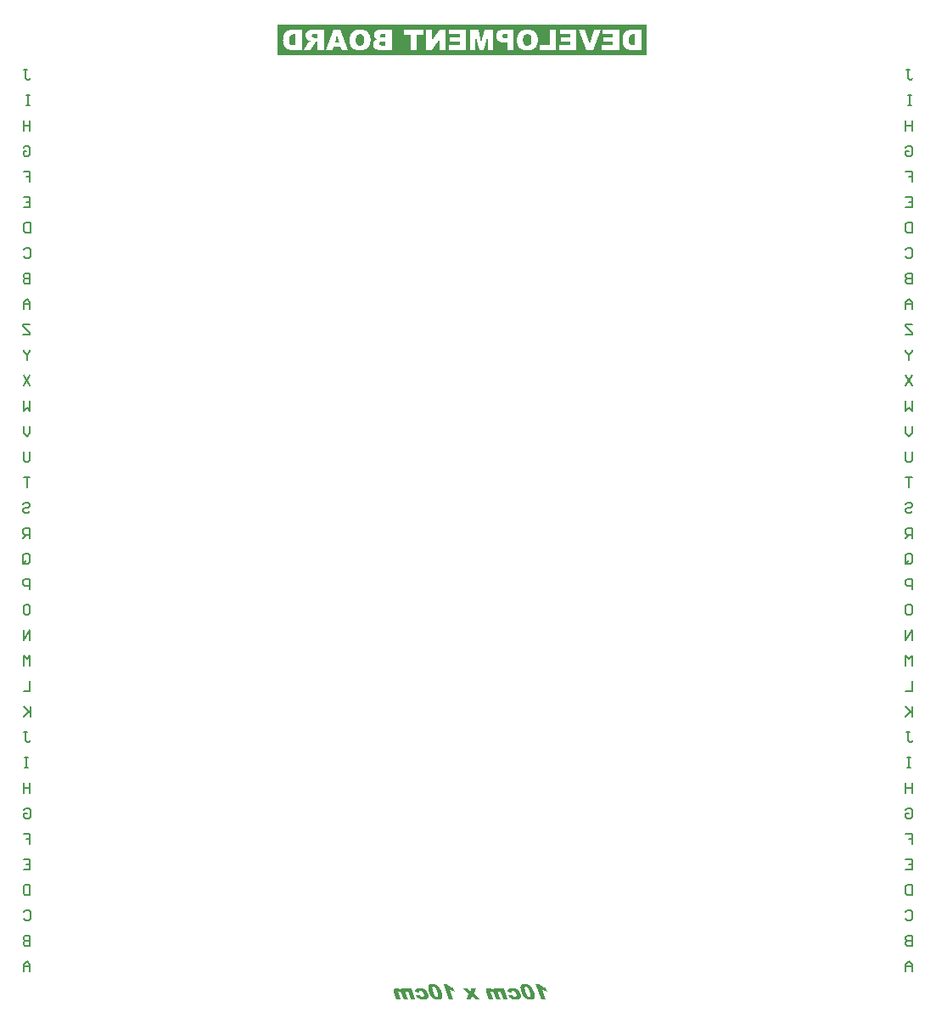
<source format=gbo>
G04 Layer_Color=13813960*
%FSLAX25Y25*%
%MOIN*%
G70*
G01*
G75*
%ADD12C,0.00630*%
G36*
X570626Y405127D02*
X570878Y405105D01*
X571107Y405073D01*
X571293Y405040D01*
X571446Y404996D01*
X571566Y404963D01*
X571610Y404952D01*
X571643Y404942D01*
X571654Y404931D01*
X571665Y404931D01*
X571796Y404876D01*
X571927Y404821D01*
X572047Y404756D01*
X572157Y404690D01*
X572255Y404635D01*
X572331Y404592D01*
X572375Y404559D01*
X572397Y404548D01*
X572539Y404450D01*
X572659Y404340D01*
X572769Y404242D01*
X572867Y404155D01*
X572944Y404078D01*
X573009Y404012D01*
X573042Y403969D01*
X573053Y403958D01*
X573184Y403783D01*
X573304Y403597D01*
X573414Y403411D01*
X573501Y403236D01*
X573567Y403084D01*
X573621Y402952D01*
X573643Y402909D01*
X573654Y402876D01*
X573665Y402854D01*
X573665Y402843D01*
X573731Y402613D01*
X573785Y402417D01*
X573818Y402242D01*
X573829Y402089D01*
X573829Y401969D01*
X573829Y401892D01*
X573829Y401837D01*
X573829Y401816D01*
X573796Y401674D01*
X573752Y401553D01*
X573709Y401433D01*
X573654Y401335D01*
X573610Y401247D01*
X573567Y401193D01*
X573545Y401149D01*
X573534Y401138D01*
X573435Y401040D01*
X573337Y400952D01*
X573228Y400886D01*
X573129Y400821D01*
X573031Y400777D01*
X572955Y400744D01*
X572911Y400734D01*
X572889Y400723D01*
X572725Y400679D01*
X572539Y400657D01*
X572353Y400635D01*
X572179Y400613D01*
X572015Y400613D01*
X571894Y400602D01*
X571774Y400602D01*
X571512Y400613D01*
X571282Y400635D01*
X571074Y400668D01*
X570889Y400701D01*
X570747Y400734D01*
X570626Y400766D01*
X570594Y400777D01*
X570561Y400788D01*
X570550Y400799D01*
X570539Y400799D01*
X570342Y400876D01*
X570167Y400974D01*
X570003Y401061D01*
X569861Y401149D01*
X569741Y401236D01*
X569654Y401302D01*
X569599Y401346D01*
X569577Y401357D01*
X569424Y401499D01*
X569282Y401652D01*
X569162Y401794D01*
X569053Y401936D01*
X568976Y402056D01*
X568910Y402143D01*
X568867Y402209D01*
X568856Y402231D01*
X570375Y402406D01*
X570463Y402286D01*
X570550Y402176D01*
X570637Y402089D01*
X570714Y402023D01*
X570790Y401958D01*
X570845Y401925D01*
X570878Y401903D01*
X570889Y401892D01*
X570998Y401837D01*
X571096Y401794D01*
X571195Y401772D01*
X571293Y401750D01*
X571370Y401739D01*
X571435Y401728D01*
X571490Y401728D01*
X571621Y401739D01*
X571741Y401772D01*
X571840Y401816D01*
X571916Y401870D01*
X571971Y401914D01*
X572015Y401958D01*
X572036Y401991D01*
X572047Y402001D01*
X572091Y402111D01*
X572113Y402242D01*
X572102Y402373D01*
X572091Y402504D01*
X572069Y402624D01*
X572047Y402723D01*
X572036Y402788D01*
X572025Y402799D01*
X572025Y402810D01*
X571938Y403018D01*
X571851Y403204D01*
X571752Y403357D01*
X571665Y403488D01*
X571588Y403586D01*
X571523Y403652D01*
X571479Y403696D01*
X571468Y403707D01*
X571326Y403805D01*
X571195Y403881D01*
X571064Y403925D01*
X570943Y403969D01*
X570845Y403991D01*
X570758Y404002D01*
X570692Y404002D01*
X570583Y403991D01*
X570484Y403980D01*
X570397Y403958D01*
X570331Y403925D01*
X570288Y403892D01*
X570244Y403870D01*
X570233Y403860D01*
X570222Y403849D01*
X570178Y403794D01*
X570146Y403728D01*
X570124Y403652D01*
X570113Y403586D01*
X570102Y403532D01*
X570102Y403477D01*
X570102Y403444D01*
X570102Y403433D01*
X568462Y403641D01*
X568473Y403903D01*
X568517Y404122D01*
X568582Y404319D01*
X568659Y404472D01*
X568736Y404592D01*
X568801Y404690D01*
X568845Y404734D01*
X568867Y404756D01*
X568954Y404821D01*
X569053Y404887D01*
X569282Y404974D01*
X569522Y405040D01*
X569774Y405095D01*
X569992Y405117D01*
X570091Y405127D01*
X570178Y405127D01*
X570255Y405138D01*
X570353Y405138D01*
X570626Y405127D01*
X570626Y405127D02*
G37*
G36*
X606914Y405127D02*
X607165Y405105D01*
X607395Y405073D01*
X607581Y405040D01*
X607734Y404996D01*
X607854Y404963D01*
X607898Y404952D01*
X607931Y404942D01*
X607941Y404931D01*
X607952Y404931D01*
X608083Y404876D01*
X608215Y404821D01*
X608335Y404756D01*
X608444Y404690D01*
X608543Y404635D01*
X608619Y404592D01*
X608663Y404559D01*
X608685Y404548D01*
X608827Y404450D01*
X608947Y404340D01*
X609056Y404242D01*
X609155Y404155D01*
X609231Y404078D01*
X609297Y404012D01*
X609330Y403969D01*
X609340Y403958D01*
X609472Y403783D01*
X609592Y403597D01*
X609701Y403411D01*
X609789Y403236D01*
X609854Y403084D01*
X609909Y402952D01*
X609931Y402909D01*
X609942Y402876D01*
X609952Y402854D01*
X609952Y402843D01*
X610018Y402613D01*
X610073Y402417D01*
X610106Y402242D01*
X610116Y402089D01*
X610116Y401969D01*
X610116Y401892D01*
X610116Y401837D01*
X610116Y401816D01*
X610084Y401674D01*
X610040Y401553D01*
X609996Y401433D01*
X609942Y401335D01*
X609898Y401247D01*
X609854Y401193D01*
X609832Y401149D01*
X609821Y401138D01*
X609723Y401040D01*
X609625Y400952D01*
X609515Y400886D01*
X609417Y400821D01*
X609319Y400777D01*
X609242Y400744D01*
X609198Y400734D01*
X609176Y400723D01*
X609013Y400679D01*
X608827Y400657D01*
X608641Y400635D01*
X608466Y400613D01*
X608302Y400613D01*
X608182Y400602D01*
X608062Y400602D01*
X607799Y400613D01*
X607570Y400635D01*
X607362Y400668D01*
X607176Y400701D01*
X607034Y400734D01*
X606914Y400766D01*
X606881Y400777D01*
X606848Y400788D01*
X606838Y400799D01*
X606827Y400799D01*
X606630Y400876D01*
X606455Y400974D01*
X606291Y401061D01*
X606149Y401149D01*
X606029Y401236D01*
X605941Y401302D01*
X605887Y401346D01*
X605865Y401357D01*
X605712Y401499D01*
X605570Y401652D01*
X605449Y401794D01*
X605340Y401936D01*
X605264Y402056D01*
X605198Y402143D01*
X605154Y402209D01*
X605143Y402231D01*
X606663Y402406D01*
X606750Y402286D01*
X606838Y402176D01*
X606925Y402089D01*
X607001Y402023D01*
X607078Y401958D01*
X607133Y401925D01*
X607165Y401903D01*
X607176Y401892D01*
X607286Y401837D01*
X607384Y401794D01*
X607482Y401772D01*
X607581Y401750D01*
X607657Y401739D01*
X607723Y401728D01*
X607778Y401728D01*
X607909Y401739D01*
X608029Y401772D01*
X608127Y401816D01*
X608204Y401870D01*
X608258Y401914D01*
X608302Y401958D01*
X608324Y401991D01*
X608335Y402001D01*
X608379Y402111D01*
X608400Y402242D01*
X608390Y402373D01*
X608379Y402504D01*
X608357Y402624D01*
X608335Y402723D01*
X608324Y402788D01*
X608313Y402799D01*
X608313Y402810D01*
X608226Y403018D01*
X608138Y403204D01*
X608040Y403357D01*
X607952Y403488D01*
X607876Y403586D01*
X607810Y403652D01*
X607767Y403696D01*
X607756Y403707D01*
X607614Y403805D01*
X607482Y403881D01*
X607351Y403925D01*
X607231Y403969D01*
X607133Y403991D01*
X607045Y404002D01*
X606980Y404002D01*
X606870Y403991D01*
X606772Y403980D01*
X606684Y403958D01*
X606619Y403925D01*
X606575Y403892D01*
X606531Y403870D01*
X606521Y403860D01*
X606510Y403849D01*
X606466Y403794D01*
X606433Y403728D01*
X606411Y403652D01*
X606400Y403586D01*
X606389Y403532D01*
X606389Y403477D01*
X606389Y403444D01*
X606389Y403433D01*
X604750Y403641D01*
X604761Y403903D01*
X604805Y404122D01*
X604870Y404319D01*
X604947Y404472D01*
X605023Y404592D01*
X605089Y404690D01*
X605132Y404734D01*
X605154Y404756D01*
X605242Y404821D01*
X605340Y404887D01*
X605570Y404974D01*
X605810Y405040D01*
X606062Y405095D01*
X606280Y405117D01*
X606378Y405127D01*
X606466Y405127D01*
X606542Y405138D01*
X606641Y405138D01*
X606914Y405127D01*
X606914Y405127D02*
G37*
G36*
X611898Y406778D02*
X612117Y406756D01*
X612324Y406723D01*
X612532Y406679D01*
X612718Y406625D01*
X612893Y406570D01*
X613046Y406505D01*
X613199Y406450D01*
X613330Y406384D01*
X613439Y406319D01*
X613538Y406264D01*
X613625Y406210D01*
X613691Y406166D01*
X613734Y406133D01*
X613767Y406111D01*
X613778Y406100D01*
X613931Y405958D01*
X614084Y405805D01*
X614226Y405630D01*
X614357Y405444D01*
X614609Y405051D01*
X614816Y404657D01*
X614904Y404472D01*
X614980Y404297D01*
X615046Y404133D01*
X615101Y403991D01*
X615155Y403881D01*
X615188Y403794D01*
X615199Y403739D01*
X615210Y403717D01*
X615286Y403466D01*
X615352Y403226D01*
X615407Y403007D01*
X615450Y402821D01*
X615483Y402657D01*
X615505Y402537D01*
X615505Y402493D01*
X615516Y402460D01*
X615516Y402450D01*
X615516Y402439D01*
X615538Y402242D01*
X615538Y402056D01*
X615538Y401903D01*
X615527Y401783D01*
X615516Y401674D01*
X615494Y401608D01*
X615483Y401553D01*
X615483Y401542D01*
X615418Y401378D01*
X615341Y401236D01*
X615254Y401116D01*
X615166Y401018D01*
X615090Y400941D01*
X615024Y400886D01*
X614969Y400854D01*
X614958Y400843D01*
X614794Y400766D01*
X614620Y400701D01*
X614423Y400657D01*
X614237Y400635D01*
X614073Y400613D01*
X613997Y400613D01*
X613931Y400602D01*
X613811Y400602D01*
X613559Y400613D01*
X613330Y400635D01*
X613111Y400668D01*
X612904Y400723D01*
X612718Y400777D01*
X612543Y400843D01*
X612379Y400908D01*
X612226Y400985D01*
X612095Y401051D01*
X611985Y401116D01*
X611887Y401182D01*
X611800Y401236D01*
X611745Y401291D01*
X611690Y401324D01*
X611669Y401346D01*
X611658Y401357D01*
X611505Y401510D01*
X611363Y401674D01*
X611231Y401859D01*
X611100Y402045D01*
X610871Y402439D01*
X610674Y402832D01*
X610587Y403018D01*
X610510Y403182D01*
X610444Y403335D01*
X610390Y403477D01*
X610346Y403586D01*
X610313Y403663D01*
X610302Y403717D01*
X610291Y403739D01*
X610204Y404002D01*
X610138Y404264D01*
X610084Y404493D01*
X610040Y404701D01*
X610018Y404876D01*
X610007Y404952D01*
X609996Y405007D01*
X609996Y405062D01*
X609985Y405095D01*
X609985Y405117D01*
X609985Y405127D01*
X609974Y405259D01*
X609974Y405368D01*
X609974Y405477D01*
X609985Y405565D01*
X609996Y405641D01*
X609996Y405696D01*
X610007Y405728D01*
X610007Y405739D01*
X610029Y405838D01*
X610062Y405936D01*
X610095Y406024D01*
X610127Y406089D01*
X610171Y406155D01*
X610193Y406199D01*
X610215Y406231D01*
X610226Y406242D01*
X610291Y406330D01*
X610368Y406406D01*
X610455Y406472D01*
X610543Y406526D01*
X610608Y406570D01*
X610674Y406614D01*
X610718Y406625D01*
X610729Y406636D01*
X610860Y406690D01*
X611013Y406723D01*
X611166Y406756D01*
X611319Y406767D01*
X611461Y406778D01*
X611570Y406789D01*
X611669Y406789D01*
X611898Y406778D01*
X611898Y406778D02*
G37*
G36*
X659402Y771270D02*
X514661Y771270D01*
X514661Y783523D01*
X659402Y783523D01*
X659402Y771270D01*
X659402Y771270D02*
G37*
G36*
X575610Y406778D02*
X575829Y406756D01*
X576037Y406723D01*
X576244Y406679D01*
X576430Y406625D01*
X576605Y406570D01*
X576758Y406505D01*
X576911Y406450D01*
X577042Y406384D01*
X577152Y406319D01*
X577250Y406264D01*
X577337Y406210D01*
X577403Y406166D01*
X577447Y406133D01*
X577480Y406111D01*
X577490Y406100D01*
X577643Y405958D01*
X577797Y405805D01*
X577939Y405630D01*
X578070Y405444D01*
X578321Y405051D01*
X578529Y404657D01*
X578616Y404472D01*
X578693Y404297D01*
X578758Y404133D01*
X578813Y403991D01*
X578868Y403881D01*
X578900Y403794D01*
X578911Y403739D01*
X578922Y403717D01*
X578999Y403466D01*
X579064Y403226D01*
X579119Y403007D01*
X579163Y402821D01*
X579195Y402657D01*
X579217Y402537D01*
X579217Y402493D01*
X579228Y402460D01*
X579228Y402450D01*
X579228Y402439D01*
X579250Y402242D01*
X579250Y402056D01*
X579250Y401903D01*
X579239Y401783D01*
X579228Y401674D01*
X579207Y401608D01*
X579195Y401553D01*
X579195Y401542D01*
X579130Y401378D01*
X579053Y401236D01*
X578966Y401116D01*
X578879Y401018D01*
X578802Y400941D01*
X578736Y400886D01*
X578682Y400854D01*
X578671Y400843D01*
X578507Y400766D01*
X578332Y400701D01*
X578135Y400657D01*
X577949Y400635D01*
X577786Y400613D01*
X577709Y400613D01*
X577643Y400602D01*
X577523Y400602D01*
X577272Y400613D01*
X577042Y400635D01*
X576824Y400668D01*
X576616Y400723D01*
X576430Y400777D01*
X576255Y400843D01*
X576091Y400908D01*
X575938Y400985D01*
X575807Y401051D01*
X575698Y401116D01*
X575600Y401182D01*
X575512Y401236D01*
X575457Y401291D01*
X575403Y401324D01*
X575381Y401346D01*
X575370Y401357D01*
X575217Y401510D01*
X575075Y401674D01*
X574944Y401859D01*
X574813Y402045D01*
X574583Y402439D01*
X574386Y402832D01*
X574299Y403018D01*
X574222Y403182D01*
X574157Y403335D01*
X574102Y403477D01*
X574058Y403586D01*
X574026Y403663D01*
X574015Y403717D01*
X574004Y403739D01*
X573916Y404002D01*
X573851Y404264D01*
X573796Y404493D01*
X573752Y404701D01*
X573731Y404876D01*
X573720Y404952D01*
X573709Y405007D01*
X573709Y405062D01*
X573698Y405095D01*
X573698Y405117D01*
X573698Y405127D01*
X573687Y405259D01*
X573687Y405368D01*
X573687Y405477D01*
X573698Y405565D01*
X573709Y405641D01*
X573709Y405696D01*
X573720Y405728D01*
X573720Y405739D01*
X573741Y405838D01*
X573774Y405936D01*
X573807Y406024D01*
X573840Y406089D01*
X573884Y406155D01*
X573905Y406199D01*
X573927Y406231D01*
X573938Y406242D01*
X574004Y406330D01*
X574080Y406406D01*
X574168Y406472D01*
X574255Y406526D01*
X574321Y406570D01*
X574386Y406614D01*
X574430Y406625D01*
X574441Y406636D01*
X574572Y406690D01*
X574725Y406723D01*
X574878Y406756D01*
X575031Y406767D01*
X575173Y406778D01*
X575283Y406789D01*
X575381Y406789D01*
X575610Y406778D01*
X575610Y406778D02*
G37*
G36*
X591853Y402963D02*
X594192Y400701D01*
X592388Y400701D01*
X590978Y402089D01*
X590650Y400701D01*
X588705Y400701D01*
X589524Y402963D01*
X587349Y405040D01*
X589185Y405040D01*
X590388Y403827D01*
X590672Y405040D01*
X592650Y405040D01*
X591853Y402963D01*
X591853Y402963D02*
G37*
G36*
X564200Y405127D02*
X564374Y405117D01*
X564528Y405084D01*
X564659Y405051D01*
X564768Y405018D01*
X564844Y404996D01*
X564899Y404974D01*
X564921Y404963D01*
X565074Y404887D01*
X565216Y404810D01*
X565369Y404712D01*
X565500Y404614D01*
X565610Y404537D01*
X565708Y404461D01*
X565763Y404417D01*
X565773Y404395D01*
X565784Y404395D01*
X565566Y405040D01*
X567129Y405040D01*
X568593Y400701D01*
X566921Y400701D01*
X566178Y402909D01*
X566112Y403084D01*
X566036Y403226D01*
X565970Y403346D01*
X565894Y403444D01*
X565839Y403521D01*
X565795Y403575D01*
X565763Y403608D01*
X565752Y403619D01*
X565653Y403696D01*
X565555Y403750D01*
X565468Y403783D01*
X565380Y403816D01*
X565304Y403827D01*
X565249Y403838D01*
X565205Y403838D01*
X565085Y403816D01*
X564997Y403783D01*
X564954Y403750D01*
X564932Y403728D01*
X564877Y403641D01*
X564844Y403564D01*
X564833Y403499D01*
X564833Y403477D01*
X564833Y403466D01*
X564833Y403422D01*
X564844Y403368D01*
X564877Y403236D01*
X564899Y403182D01*
X564921Y403127D01*
X564932Y403094D01*
X564932Y403084D01*
X565741Y400701D01*
X564068Y400701D01*
X563314Y402941D01*
X563249Y403105D01*
X563183Y403247D01*
X563107Y403368D01*
X563041Y403455D01*
X562986Y403532D01*
X562943Y403575D01*
X562910Y403608D01*
X562899Y403619D01*
X562801Y403696D01*
X562702Y403750D01*
X562615Y403783D01*
X562527Y403816D01*
X562462Y403827D01*
X562407Y403838D01*
X562352Y403838D01*
X562265Y403827D01*
X562199Y403805D01*
X562134Y403761D01*
X562090Y403728D01*
X562057Y403685D01*
X562035Y403641D01*
X562014Y403619D01*
X562014Y403608D01*
X561992Y403553D01*
X561992Y403477D01*
X562014Y403335D01*
X562024Y403269D01*
X562035Y403215D01*
X562057Y403182D01*
X562057Y403171D01*
X562888Y400701D01*
X561216Y400701D01*
X560298Y403422D01*
X560243Y403586D01*
X560210Y403728D01*
X560155Y404002D01*
X560145Y404220D01*
X560155Y404406D01*
X560177Y404548D01*
X560210Y404646D01*
X560232Y404701D01*
X560243Y404723D01*
X560352Y404865D01*
X560494Y404963D01*
X560658Y405040D01*
X560811Y405084D01*
X560964Y405117D01*
X561085Y405127D01*
X561128Y405138D01*
X561194Y405138D01*
X561369Y405127D01*
X561533Y405117D01*
X561675Y405084D01*
X561795Y405062D01*
X561904Y405029D01*
X561981Y404996D01*
X562024Y404985D01*
X562046Y404974D01*
X562188Y404909D01*
X562341Y404821D01*
X562495Y404723D01*
X562637Y404625D01*
X562768Y404537D01*
X562866Y404461D01*
X562932Y404417D01*
X562943Y404395D01*
X562954Y404395D01*
X562986Y404526D01*
X563030Y404635D01*
X563085Y404734D01*
X563139Y404810D01*
X563194Y404876D01*
X563227Y404920D01*
X563260Y404942D01*
X563271Y404952D01*
X563369Y405018D01*
X563489Y405062D01*
X563609Y405095D01*
X563740Y405117D01*
X563850Y405127D01*
X563937Y405138D01*
X564025Y405138D01*
X564200Y405127D01*
X564200Y405127D02*
G37*
G36*
X600487Y405127D02*
X600662Y405117D01*
X600815Y405084D01*
X600946Y405051D01*
X601055Y405018D01*
X601132Y404996D01*
X601187Y404974D01*
X601209Y404963D01*
X601362Y404887D01*
X601504Y404810D01*
X601657Y404712D01*
X601788Y404614D01*
X601897Y404537D01*
X601996Y404461D01*
X602050Y404417D01*
X602061Y404395D01*
X602072Y404395D01*
X601853Y405040D01*
X603416Y405040D01*
X604881Y400701D01*
X603209Y400701D01*
X602465Y402909D01*
X602400Y403084D01*
X602323Y403226D01*
X602258Y403346D01*
X602181Y403444D01*
X602127Y403521D01*
X602083Y403575D01*
X602050Y403608D01*
X602039Y403619D01*
X601941Y403696D01*
X601842Y403750D01*
X601755Y403783D01*
X601668Y403816D01*
X601591Y403827D01*
X601536Y403838D01*
X601493Y403838D01*
X601372Y403816D01*
X601285Y403783D01*
X601241Y403750D01*
X601220Y403728D01*
X601165Y403641D01*
X601132Y403564D01*
X601121Y403499D01*
X601121Y403477D01*
X601121Y403466D01*
X601121Y403422D01*
X601132Y403368D01*
X601165Y403236D01*
X601187Y403182D01*
X601209Y403127D01*
X601220Y403094D01*
X601220Y403084D01*
X602028Y400701D01*
X600356Y400701D01*
X599602Y402941D01*
X599536Y403105D01*
X599471Y403247D01*
X599394Y403368D01*
X599329Y403455D01*
X599274Y403532D01*
X599230Y403575D01*
X599197Y403608D01*
X599187Y403619D01*
X599088Y403696D01*
X598990Y403750D01*
X598902Y403783D01*
X598815Y403816D01*
X598749Y403827D01*
X598695Y403838D01*
X598640Y403838D01*
X598553Y403827D01*
X598487Y403805D01*
X598421Y403761D01*
X598378Y403728D01*
X598345Y403685D01*
X598323Y403641D01*
X598301Y403619D01*
X598301Y403608D01*
X598279Y403553D01*
X598279Y403477D01*
X598301Y403335D01*
X598312Y403269D01*
X598323Y403215D01*
X598345Y403182D01*
X598345Y403171D01*
X599176Y400701D01*
X597503Y400701D01*
X596585Y403422D01*
X596530Y403586D01*
X596498Y403728D01*
X596443Y404002D01*
X596432Y404220D01*
X596443Y404406D01*
X596465Y404548D01*
X596498Y404646D01*
X596520Y404701D01*
X596530Y404723D01*
X596640Y404865D01*
X596782Y404963D01*
X596946Y405040D01*
X597099Y405084D01*
X597252Y405117D01*
X597372Y405127D01*
X597416Y405138D01*
X597481Y405138D01*
X597656Y405127D01*
X597820Y405117D01*
X597962Y405084D01*
X598083Y405062D01*
X598192Y405029D01*
X598268Y404996D01*
X598312Y404985D01*
X598334Y404974D01*
X598476Y404909D01*
X598629Y404821D01*
X598782Y404723D01*
X598924Y404625D01*
X599055Y404537D01*
X599154Y404461D01*
X599219Y404417D01*
X599230Y404395D01*
X599241Y404395D01*
X599274Y404526D01*
X599318Y404635D01*
X599372Y404734D01*
X599427Y404810D01*
X599482Y404876D01*
X599514Y404920D01*
X599547Y404942D01*
X599558Y404952D01*
X599656Y405018D01*
X599777Y405062D01*
X599897Y405095D01*
X600028Y405117D01*
X600137Y405127D01*
X600225Y405138D01*
X600312Y405138D01*
X600487Y405127D01*
X600487Y405127D02*
G37*
G36*
X617516Y406581D02*
X617702Y406395D01*
X617877Y406231D01*
X618041Y406100D01*
X618183Y405980D01*
X618303Y405893D01*
X618347Y405871D01*
X618380Y405849D01*
X618391Y405827D01*
X618401Y405827D01*
X618642Y405685D01*
X618893Y405565D01*
X619156Y405455D01*
X619396Y405357D01*
X619615Y405280D01*
X619702Y405248D01*
X619790Y405215D01*
X619855Y405204D01*
X619899Y405182D01*
X619932Y405171D01*
X619943Y405171D01*
X620413Y403816D01*
X620183Y403881D01*
X619975Y403936D01*
X619790Y404002D01*
X619636Y404056D01*
X619505Y404100D01*
X619407Y404133D01*
X619352Y404155D01*
X619331Y404166D01*
X619156Y404242D01*
X618992Y404329D01*
X618828Y404417D01*
X618686Y404493D01*
X618554Y404570D01*
X618456Y404625D01*
X618391Y404668D01*
X618380Y404679D01*
X618369Y404679D01*
X619713Y400701D01*
X618030Y400701D01*
X615964Y406789D01*
X617341Y406789D01*
X617516Y406581D01*
X617516Y406581D02*
G37*
G36*
X581228Y406581D02*
X581414Y406395D01*
X581589Y406231D01*
X581753Y406100D01*
X581895Y405980D01*
X582016Y405893D01*
X582059Y405871D01*
X582092Y405849D01*
X582103Y405827D01*
X582114Y405827D01*
X582354Y405685D01*
X582606Y405565D01*
X582868Y405455D01*
X583109Y405357D01*
X583327Y405280D01*
X583415Y405248D01*
X583502Y405215D01*
X583567Y405204D01*
X583611Y405182D01*
X583644Y405171D01*
X583655Y405171D01*
X584125Y403816D01*
X583895Y403881D01*
X583688Y403936D01*
X583502Y404002D01*
X583349Y404056D01*
X583218Y404100D01*
X583119Y404133D01*
X583065Y404155D01*
X583043Y404166D01*
X582868Y404242D01*
X582704Y404329D01*
X582540Y404417D01*
X582398Y404493D01*
X582267Y404570D01*
X582168Y404625D01*
X582103Y404668D01*
X582092Y404679D01*
X582081Y404679D01*
X583425Y400701D01*
X581742Y400701D01*
X579676Y406789D01*
X581054Y406789D01*
X581228Y406581D01*
X581228Y406581D02*
G37*
%LPC*%
G36*
X571773Y781391D02*
X564265Y781391D01*
X564265Y779423D01*
X566787Y779423D01*
X566787Y773402D01*
X569251Y773402D01*
X569251Y779423D01*
X571773Y779423D01*
X571773Y781391D01*
X571773Y781391D02*
G37*
G36*
X588569Y781391D02*
X581950Y781391D01*
X581950Y779686D01*
X586091Y779686D01*
X586091Y778417D01*
X582256Y778417D01*
X582256Y776784D01*
X586091Y776784D01*
X586091Y775210D01*
X581834Y775210D01*
X581834Y773402D01*
X588569Y773402D01*
X588569Y781391D01*
X588569Y781391D02*
G37*
G36*
X539245Y781391D02*
X536533Y781391D01*
X533530Y773402D01*
X536125Y773402D01*
X536519Y774714D01*
X539318Y774714D01*
X539712Y773402D01*
X542234Y773402D01*
X539245Y781391D01*
X539245Y781391D02*
G37*
G36*
X559424Y781391D02*
X554685Y781391D01*
X554613Y781377D01*
X554511Y781377D01*
X554409Y781362D01*
X554146Y781319D01*
X553855Y781246D01*
X553563Y781144D01*
X553286Y780998D01*
X553023Y780808D01*
X553009Y780808D01*
X552994Y780779D01*
X552921Y780706D01*
X552819Y780590D01*
X552703Y780415D01*
X552601Y780210D01*
X552498Y779977D01*
X552426Y779700D01*
X552396Y779554D01*
X552396Y779394D01*
X552396Y779379D01*
X552396Y779365D01*
X552396Y779277D01*
X552426Y779146D01*
X552455Y778986D01*
X552513Y778796D01*
X552586Y778592D01*
X552703Y778388D01*
X552848Y778184D01*
X552863Y778169D01*
X552907Y778125D01*
X552965Y778067D01*
X553067Y777994D01*
X553184Y777907D01*
X553330Y777819D01*
X553505Y777732D01*
X553709Y777644D01*
X553694Y777644D01*
X553665Y777630D01*
X553621Y777630D01*
X553563Y777601D01*
X553417Y777557D01*
X553228Y777484D01*
X553023Y777382D01*
X552805Y777251D01*
X552615Y777105D01*
X552440Y776930D01*
X552426Y776901D01*
X552382Y776842D01*
X552309Y776726D01*
X552236Y776580D01*
X552163Y776405D01*
X552090Y776186D01*
X552046Y775939D01*
X552032Y775662D01*
X552032Y775632D01*
X552032Y775560D01*
X552046Y775443D01*
X552061Y775297D01*
X552105Y775122D01*
X552149Y774932D01*
X552221Y774743D01*
X552324Y774553D01*
X552338Y774539D01*
X552382Y774466D01*
X552440Y774378D01*
X552528Y774276D01*
X552644Y774145D01*
X552790Y774014D01*
X552950Y773883D01*
X553125Y773766D01*
X553140Y773766D01*
X553184Y773737D01*
X553257Y773708D01*
X553359Y773664D01*
X553490Y773620D01*
X553650Y773577D01*
X553840Y773547D01*
X554059Y773504D01*
X554088Y773504D01*
X554132Y773489D01*
X554190Y773489D01*
X554336Y773475D01*
X554511Y773460D01*
X554700Y773431D01*
X554875Y773416D01*
X555035Y773402D01*
X559424Y773402D01*
X559424Y781391D01*
X559424Y781391D02*
G37*
G36*
X657402Y781391D02*
X653567Y781391D01*
X653465Y781377D01*
X653363Y781377D01*
X653115Y781348D01*
X652823Y781319D01*
X652532Y781260D01*
X652240Y781187D01*
X651978Y781085D01*
X651963Y781085D01*
X651949Y781071D01*
X651861Y781027D01*
X651745Y780969D01*
X651584Y780867D01*
X651409Y780750D01*
X651220Y780604D01*
X651045Y780429D01*
X650870Y780240D01*
X650855Y780210D01*
X650797Y780138D01*
X650724Y780035D01*
X650622Y779875D01*
X650520Y779686D01*
X650418Y779467D01*
X650330Y779219D01*
X650243Y778957D01*
X650243Y778942D01*
X650228Y778927D01*
X650228Y778884D01*
X650214Y778825D01*
X650184Y778680D01*
X650141Y778490D01*
X650097Y778257D01*
X650068Y777994D01*
X650053Y777717D01*
X650039Y777411D01*
X650039Y777396D01*
X650039Y777353D01*
X650039Y777294D01*
X650039Y777207D01*
X650053Y777090D01*
X650053Y776974D01*
X650082Y776682D01*
X650112Y776376D01*
X650170Y776041D01*
X650243Y775720D01*
X650345Y775428D01*
X650345Y775414D01*
X650359Y775399D01*
X650403Y775312D01*
X650461Y775180D01*
X650549Y775020D01*
X650666Y774830D01*
X650811Y774641D01*
X650972Y774437D01*
X651161Y774247D01*
X651191Y774233D01*
X651249Y774174D01*
X651351Y774087D01*
X651482Y773985D01*
X651657Y773883D01*
X651832Y773781D01*
X652036Y773679D01*
X652255Y773606D01*
X652270Y773606D01*
X652284Y773591D01*
X652328Y773591D01*
X652386Y773577D01*
X652547Y773547D01*
X652751Y773504D01*
X652969Y773460D01*
X653232Y773431D01*
X653480Y773416D01*
X653742Y773402D01*
X657402Y773402D01*
X657402Y781391D01*
X657402Y781391D02*
G37*
G36*
X607188Y781391D02*
X602960Y781391D01*
X602872Y781377D01*
X602756Y781377D01*
X602625Y781362D01*
X602333Y781319D01*
X602012Y781231D01*
X601677Y781114D01*
X601356Y780969D01*
X601210Y780867D01*
X601079Y780750D01*
X601064Y780750D01*
X601050Y780721D01*
X601021Y780677D01*
X600977Y780633D01*
X600860Y780487D01*
X600744Y780283D01*
X600627Y780021D01*
X600511Y779715D01*
X600438Y779350D01*
X600408Y779161D01*
X600408Y778942D01*
X600408Y778927D01*
X600408Y778884D01*
X600408Y778825D01*
X600423Y778738D01*
X600423Y778636D01*
X600452Y778519D01*
X600496Y778257D01*
X600583Y777951D01*
X600715Y777630D01*
X600802Y777469D01*
X600889Y777324D01*
X601006Y777178D01*
X601137Y777047D01*
X601152Y777047D01*
X601167Y777017D01*
X601210Y776988D01*
X601269Y776945D01*
X601356Y776886D01*
X601444Y776828D01*
X601560Y776770D01*
X601691Y776711D01*
X601837Y776653D01*
X601998Y776595D01*
X602187Y776536D01*
X602391Y776478D01*
X602610Y776434D01*
X602843Y776405D01*
X603091Y776391D01*
X603368Y776376D01*
X604709Y776376D01*
X604709Y773402D01*
X607188Y773402D01*
X607188Y781391D01*
X607188Y781391D02*
G37*
G36*
X623926Y781391D02*
X621462Y781391D01*
X621462Y775370D01*
X617598Y775370D01*
X617598Y773402D01*
X623926Y773402D01*
X623926Y781391D01*
X623926Y781391D02*
G37*
G36*
X648741Y781391D02*
X642122Y781391D01*
X642122Y779686D01*
X646263Y779686D01*
X646263Y778417D01*
X642428Y778417D01*
X642428Y776784D01*
X646263Y776784D01*
X646263Y775210D01*
X642005Y775210D01*
X642005Y773402D01*
X648741Y773402D01*
X648741Y781391D01*
X648741Y781391D02*
G37*
G36*
X631989Y781391D02*
X625369Y781391D01*
X625369Y779686D01*
X629510Y779686D01*
X629510Y778417D01*
X625675Y778417D01*
X625675Y776784D01*
X629510Y776784D01*
X629510Y775210D01*
X625253Y775210D01*
X625253Y773402D01*
X631989Y773402D01*
X631989Y781391D01*
X631989Y781391D02*
G37*
G36*
X546914Y781523D02*
X546725Y781523D01*
X546594Y781508D01*
X546419Y781494D01*
X546229Y781464D01*
X546010Y781435D01*
X545792Y781391D01*
X545544Y781333D01*
X545296Y781260D01*
X545034Y781173D01*
X544786Y781071D01*
X544538Y780939D01*
X544290Y780794D01*
X544071Y780633D01*
X543853Y780444D01*
X543838Y780429D01*
X543809Y780400D01*
X543750Y780327D01*
X543678Y780254D01*
X543605Y780138D01*
X543503Y780006D01*
X543401Y779846D01*
X543298Y779671D01*
X543196Y779467D01*
X543109Y779248D01*
X543007Y779000D01*
X542934Y778738D01*
X542861Y778446D01*
X542803Y778140D01*
X542774Y777805D01*
X542759Y777455D01*
X542759Y777440D01*
X542759Y777396D01*
X542759Y777324D01*
X542759Y777222D01*
X542774Y777105D01*
X542788Y776959D01*
X542803Y776813D01*
X542817Y776638D01*
X542876Y776274D01*
X542963Y775895D01*
X543080Y775516D01*
X543240Y775151D01*
X543240Y775137D01*
X543255Y775107D01*
X543284Y775064D01*
X543328Y775005D01*
X543430Y774845D01*
X543590Y774641D01*
X543780Y774422D01*
X544013Y774189D01*
X544275Y773970D01*
X544596Y773766D01*
X544611Y773766D01*
X544640Y773751D01*
X544684Y773722D01*
X544757Y773693D01*
X544844Y773650D01*
X544946Y773606D01*
X545063Y773562D01*
X545209Y773518D01*
X545369Y773475D01*
X545529Y773431D01*
X545908Y773343D01*
X546346Y773285D01*
X546827Y773270D01*
X547046Y773270D01*
X547162Y773285D01*
X547294Y773300D01*
X547439Y773300D01*
X547614Y773329D01*
X547964Y773373D01*
X548329Y773445D01*
X548708Y773547D01*
X549058Y773693D01*
X549072Y773693D01*
X549101Y773708D01*
X549145Y773737D01*
X549203Y773781D01*
X549364Y773883D01*
X549568Y774029D01*
X549801Y774203D01*
X550035Y774451D01*
X550282Y774728D01*
X550501Y775049D01*
X550501Y775064D01*
X550530Y775093D01*
X550545Y775151D01*
X550589Y775224D01*
X550632Y775312D01*
X550676Y775414D01*
X550720Y775545D01*
X550764Y775691D01*
X550822Y775851D01*
X550866Y776026D01*
X550909Y776216D01*
X550953Y776434D01*
X551011Y776886D01*
X551041Y777382D01*
X551041Y777411D01*
X551041Y777469D01*
X551026Y777571D01*
X551026Y777703D01*
X551011Y777863D01*
X550982Y778053D01*
X550953Y778271D01*
X550909Y778490D01*
X550851Y778738D01*
X550778Y778986D01*
X550691Y779234D01*
X550589Y779496D01*
X550457Y779744D01*
X550312Y779992D01*
X550151Y780210D01*
X549962Y780429D01*
X549947Y780444D01*
X549903Y780473D01*
X549845Y780531D01*
X549757Y780604D01*
X549641Y780677D01*
X549510Y780779D01*
X549349Y780881D01*
X549174Y780983D01*
X548970Y781085D01*
X548737Y781173D01*
X548489Y781275D01*
X548212Y781348D01*
X547920Y781421D01*
X547600Y781479D01*
X547264Y781508D01*
X546914Y781523D01*
X546914Y781523D02*
G37*
G36*
X612656Y781523D02*
X612466Y781523D01*
X612335Y781508D01*
X612160Y781494D01*
X611970Y781464D01*
X611752Y781435D01*
X611533Y781391D01*
X611285Y781333D01*
X611037Y781260D01*
X610775Y781173D01*
X610527Y781071D01*
X610279Y780939D01*
X610031Y780794D01*
X609812Y780633D01*
X609594Y780444D01*
X609579Y780429D01*
X609550Y780400D01*
X609492Y780327D01*
X609419Y780254D01*
X609346Y780138D01*
X609244Y780006D01*
X609142Y779846D01*
X609040Y779671D01*
X608938Y779467D01*
X608850Y779248D01*
X608748Y779000D01*
X608675Y778738D01*
X608602Y778446D01*
X608544Y778140D01*
X608515Y777805D01*
X608500Y777455D01*
X608500Y777440D01*
X608500Y777396D01*
X608500Y777324D01*
X608500Y777222D01*
X608515Y777105D01*
X608530Y776959D01*
X608544Y776813D01*
X608559Y776638D01*
X608617Y776274D01*
X608704Y775895D01*
X608821Y775516D01*
X608981Y775151D01*
X608981Y775137D01*
X608996Y775107D01*
X609025Y775064D01*
X609069Y775005D01*
X609171Y774845D01*
X609331Y774641D01*
X609521Y774422D01*
X609754Y774189D01*
X610017Y773970D01*
X610337Y773766D01*
X610352Y773766D01*
X610381Y773751D01*
X610425Y773722D01*
X610498Y773693D01*
X610585Y773650D01*
X610687Y773606D01*
X610804Y773562D01*
X610950Y773518D01*
X611110Y773475D01*
X611271Y773431D01*
X611650Y773343D01*
X612087Y773285D01*
X612568Y773270D01*
X612787Y773270D01*
X612903Y773285D01*
X613035Y773300D01*
X613180Y773300D01*
X613355Y773329D01*
X613705Y773373D01*
X614070Y773445D01*
X614449Y773547D01*
X614799Y773693D01*
X614813Y773693D01*
X614843Y773708D01*
X614886Y773737D01*
X614945Y773781D01*
X615105Y773883D01*
X615309Y774029D01*
X615542Y774203D01*
X615776Y774451D01*
X616024Y774728D01*
X616242Y775049D01*
X616242Y775064D01*
X616271Y775093D01*
X616286Y775151D01*
X616330Y775224D01*
X616373Y775312D01*
X616417Y775414D01*
X616461Y775545D01*
X616505Y775691D01*
X616563Y775851D01*
X616607Y776026D01*
X616650Y776216D01*
X616694Y776434D01*
X616753Y776886D01*
X616782Y777382D01*
X616782Y777411D01*
X616782Y777469D01*
X616767Y777571D01*
X616767Y777703D01*
X616753Y777863D01*
X616723Y778053D01*
X616694Y778271D01*
X616650Y778490D01*
X616592Y778738D01*
X616519Y778986D01*
X616432Y779234D01*
X616330Y779496D01*
X616198Y779744D01*
X616053Y779992D01*
X615892Y780210D01*
X615703Y780429D01*
X615688Y780444D01*
X615645Y780473D01*
X615586Y780531D01*
X615499Y780604D01*
X615382Y780677D01*
X615251Y780779D01*
X615091Y780881D01*
X614916Y780983D01*
X614711Y781085D01*
X614478Y781173D01*
X614230Y781275D01*
X613953Y781348D01*
X613662Y781421D01*
X613341Y781479D01*
X613005Y781508D01*
X612656Y781523D01*
X612656Y781523D02*
G37*
G36*
X612117Y405685D02*
X612095Y405685D01*
X611953Y405663D01*
X611854Y405619D01*
X611767Y405554D01*
X611712Y405477D01*
X611669Y405401D01*
X611636Y405335D01*
X611625Y405291D01*
X611625Y405269D01*
X611614Y405182D01*
X611625Y405084D01*
X611636Y404963D01*
X611647Y404843D01*
X611701Y404581D01*
X611767Y404308D01*
X611843Y404067D01*
X611876Y403947D01*
X611898Y403860D01*
X611931Y403772D01*
X611942Y403717D01*
X611964Y403674D01*
X611964Y403663D01*
X612062Y403379D01*
X612160Y403138D01*
X612237Y402930D01*
X612313Y402767D01*
X612368Y402635D01*
X612412Y402548D01*
X612445Y402493D01*
X612456Y402471D01*
X612543Y402340D01*
X612619Y402220D01*
X612696Y402133D01*
X612773Y402045D01*
X612838Y401991D01*
X612882Y401947D01*
X612915Y401925D01*
X612925Y401914D01*
X613024Y401859D01*
X613111Y401816D01*
X613199Y401783D01*
X613275Y401761D01*
X613330Y401750D01*
X613385Y401739D01*
X613428Y401739D01*
X613559Y401761D01*
X613669Y401805D01*
X613745Y401870D01*
X613800Y401947D01*
X613844Y402023D01*
X613866Y402089D01*
X613887Y402133D01*
X613887Y402154D01*
X613887Y402242D01*
X613887Y402340D01*
X613876Y402450D01*
X613855Y402570D01*
X613811Y402832D01*
X613745Y403094D01*
X613680Y403335D01*
X613647Y403444D01*
X613614Y403532D01*
X613592Y403608D01*
X613570Y403663D01*
X613559Y403707D01*
X613559Y403717D01*
X613483Y403925D01*
X613417Y404111D01*
X613352Y404275D01*
X613286Y404439D01*
X613221Y404570D01*
X613166Y404701D01*
X613111Y404810D01*
X613057Y404909D01*
X613013Y404996D01*
X612969Y405073D01*
X612936Y405127D01*
X612904Y405171D01*
X612882Y405215D01*
X612860Y405237D01*
X612849Y405259D01*
X612718Y405401D01*
X612598Y405510D01*
X612466Y405586D01*
X612346Y405630D01*
X612248Y405663D01*
X612171Y405674D01*
X612117Y405685D01*
X612117Y405685D02*
G37*
G36*
X575829Y405685D02*
X575807Y405685D01*
X575665Y405663D01*
X575567Y405619D01*
X575479Y405554D01*
X575425Y405477D01*
X575381Y405401D01*
X575348Y405335D01*
X575337Y405291D01*
X575337Y405269D01*
X575326Y405182D01*
X575337Y405084D01*
X575348Y404963D01*
X575359Y404843D01*
X575414Y404581D01*
X575479Y404308D01*
X575556Y404067D01*
X575589Y403947D01*
X575610Y403860D01*
X575643Y403772D01*
X575654Y403717D01*
X575676Y403674D01*
X575676Y403663D01*
X575774Y403379D01*
X575873Y403138D01*
X575949Y402930D01*
X576026Y402767D01*
X576081Y402635D01*
X576124Y402548D01*
X576157Y402493D01*
X576168Y402471D01*
X576255Y402340D01*
X576332Y402220D01*
X576408Y402133D01*
X576485Y402045D01*
X576550Y401991D01*
X576594Y401947D01*
X576627Y401925D01*
X576638Y401914D01*
X576736Y401859D01*
X576824Y401816D01*
X576911Y401783D01*
X576988Y401761D01*
X577042Y401750D01*
X577097Y401739D01*
X577141Y401739D01*
X577272Y401761D01*
X577381Y401805D01*
X577458Y401870D01*
X577512Y401947D01*
X577556Y402023D01*
X577578Y402089D01*
X577600Y402133D01*
X577600Y402154D01*
X577600Y402242D01*
X577600Y402340D01*
X577589Y402450D01*
X577567Y402570D01*
X577523Y402832D01*
X577458Y403094D01*
X577392Y403335D01*
X577359Y403444D01*
X577326Y403532D01*
X577305Y403608D01*
X577283Y403663D01*
X577272Y403707D01*
X577272Y403717D01*
X577195Y403925D01*
X577130Y404111D01*
X577064Y404275D01*
X576999Y404439D01*
X576933Y404570D01*
X576878Y404701D01*
X576824Y404810D01*
X576769Y404909D01*
X576725Y404996D01*
X576682Y405073D01*
X576649Y405127D01*
X576616Y405171D01*
X576594Y405215D01*
X576572Y405237D01*
X576561Y405259D01*
X576430Y405401D01*
X576310Y405510D01*
X576179Y405586D01*
X576059Y405630D01*
X575960Y405663D01*
X575884Y405674D01*
X575829Y405685D01*
X575829Y405685D02*
G37*
G36*
X580492Y781391D02*
X578203Y781391D01*
X575170Y776959D01*
X575170Y781391D01*
X572838Y781391D01*
X572838Y773402D01*
X575170Y773402D01*
X578174Y777805D01*
X578174Y773402D01*
X580492Y773402D01*
X580492Y781391D01*
X580492Y781391D02*
G37*
G36*
X641466Y781391D02*
X638885Y781391D01*
X637092Y775632D01*
X635313Y781391D01*
X632805Y781391D01*
X635779Y773402D01*
X638448Y773402D01*
X641466Y781391D01*
X641466Y781391D02*
G37*
G36*
X532714Y781391D02*
X528310Y781391D01*
X528208Y781377D01*
X527946Y781362D01*
X527669Y781348D01*
X527377Y781304D01*
X527100Y781260D01*
X526852Y781187D01*
X526823Y781173D01*
X526750Y781144D01*
X526634Y781100D01*
X526502Y781027D01*
X526342Y780925D01*
X526182Y780794D01*
X526021Y780648D01*
X525875Y780458D01*
X525861Y780429D01*
X525817Y780371D01*
X525759Y780254D01*
X525686Y780094D01*
X525613Y779904D01*
X525555Y779686D01*
X525511Y779438D01*
X525496Y779161D01*
X525496Y779132D01*
X525496Y779044D01*
X525511Y778927D01*
X525526Y778767D01*
X525569Y778592D01*
X525613Y778403D01*
X525686Y778198D01*
X525788Y778009D01*
X525803Y777994D01*
X525832Y777936D01*
X525905Y777848D01*
X525992Y777732D01*
X526109Y777615D01*
X526240Y777484D01*
X526400Y777353D01*
X526575Y777236D01*
X526590Y777222D01*
X526634Y777207D01*
X526707Y777163D01*
X526794Y777119D01*
X526925Y777076D01*
X527071Y777017D01*
X527246Y776974D01*
X527435Y776915D01*
X527421Y776915D01*
X527363Y776886D01*
X527290Y776857D01*
X527188Y776828D01*
X526983Y776726D01*
X526882Y776682D01*
X526794Y776624D01*
X526765Y776609D01*
X526736Y776580D01*
X526692Y776536D01*
X526634Y776478D01*
X526575Y776405D01*
X526488Y776318D01*
X526400Y776201D01*
X526386Y776186D01*
X526357Y776143D01*
X526313Y776084D01*
X526255Y776026D01*
X526138Y775851D01*
X526094Y775778D01*
X526050Y775705D01*
X524840Y773402D01*
X527640Y773402D01*
X528966Y775837D01*
X528981Y775851D01*
X529010Y775909D01*
X529054Y775997D01*
X529112Y776084D01*
X529258Y776289D01*
X529346Y776376D01*
X529418Y776449D01*
X529433Y776463D01*
X529462Y776478D01*
X529520Y776507D01*
X529593Y776551D01*
X529681Y776580D01*
X529783Y776609D01*
X529900Y776624D01*
X530031Y776638D01*
X530235Y776638D01*
X530235Y773402D01*
X532714Y773402D01*
X532714Y781391D01*
X532714Y781391D02*
G37*
G36*
X599140Y781391D02*
X595889Y781391D01*
X594649Y776522D01*
X593395Y781391D01*
X590144Y781391D01*
X590144Y773402D01*
X592171Y773402D01*
X592171Y779496D01*
X593731Y773402D01*
X595568Y773402D01*
X597113Y779496D01*
X597113Y773402D01*
X599140Y773402D01*
X599140Y781391D01*
X599140Y781391D02*
G37*
G36*
X524024Y781391D02*
X520189Y781391D01*
X520087Y781377D01*
X519985Y781377D01*
X519737Y781348D01*
X519446Y781319D01*
X519154Y781260D01*
X518862Y781187D01*
X518600Y781085D01*
X518585Y781085D01*
X518571Y781071D01*
X518483Y781027D01*
X518367Y780969D01*
X518206Y780867D01*
X518031Y780750D01*
X517842Y780604D01*
X517667Y780429D01*
X517492Y780240D01*
X517477Y780210D01*
X517419Y780138D01*
X517346Y780035D01*
X517244Y779875D01*
X517142Y779686D01*
X517040Y779467D01*
X516953Y779219D01*
X516865Y778957D01*
X516865Y778942D01*
X516850Y778927D01*
X516850Y778884D01*
X516836Y778825D01*
X516807Y778680D01*
X516763Y778490D01*
X516719Y778257D01*
X516690Y777994D01*
X516676Y777717D01*
X516661Y777411D01*
X516661Y777396D01*
X516661Y777353D01*
X516661Y777294D01*
X516661Y777207D01*
X516676Y777090D01*
X516676Y776974D01*
X516705Y776682D01*
X516734Y776376D01*
X516792Y776041D01*
X516865Y775720D01*
X516967Y775428D01*
X516967Y775414D01*
X516982Y775399D01*
X517025Y775312D01*
X517084Y775180D01*
X517171Y775020D01*
X517288Y774830D01*
X517434Y774641D01*
X517594Y774437D01*
X517783Y774247D01*
X517813Y774233D01*
X517871Y774174D01*
X517973Y774087D01*
X518104Y773985D01*
X518279Y773883D01*
X518454Y773781D01*
X518658Y773679D01*
X518877Y773606D01*
X518892Y773606D01*
X518906Y773591D01*
X518950Y773591D01*
X519008Y773577D01*
X519169Y773547D01*
X519373Y773504D01*
X519592Y773460D01*
X519854Y773431D01*
X520102Y773416D01*
X520364Y773402D01*
X524024Y773402D01*
X524024Y781391D01*
X524024Y781391D02*
G37*
%LPD*%
G36*
X604709Y777994D02*
X603995Y777994D01*
X603864Y778009D01*
X603718Y778023D01*
X603558Y778053D01*
X603383Y778096D01*
X603237Y778155D01*
X603106Y778228D01*
X603091Y778242D01*
X603062Y778271D01*
X603018Y778330D01*
X602960Y778403D01*
X602902Y778490D01*
X602858Y778607D01*
X602829Y778723D01*
X602814Y778869D01*
X602814Y778884D01*
X602814Y778927D01*
X602829Y779000D01*
X602843Y779088D01*
X602872Y779190D01*
X602931Y779307D01*
X602989Y779409D01*
X603077Y779511D01*
X603091Y779525D01*
X603120Y779554D01*
X603193Y779598D01*
X603281Y779642D01*
X603412Y779686D01*
X603572Y779729D01*
X603776Y779759D01*
X604010Y779773D01*
X604709Y779773D01*
X604709Y777994D01*
X604709Y777994D02*
G37*
G36*
X538793Y776449D02*
X537044Y776449D01*
X537919Y779307D01*
X538793Y776449D01*
X538793Y776449D02*
G37*
G36*
X556931Y778257D02*
X555764Y778257D01*
X555662Y778271D01*
X555531Y778286D01*
X555269Y778344D01*
X555152Y778388D01*
X555050Y778446D01*
X555035Y778461D01*
X555006Y778490D01*
X554977Y778534D01*
X554933Y778592D01*
X554890Y778680D01*
X554846Y778782D01*
X554831Y778898D01*
X554817Y779030D01*
X554817Y779044D01*
X554817Y779088D01*
X554831Y779146D01*
X554846Y779234D01*
X554875Y779321D01*
X554919Y779409D01*
X554977Y779496D01*
X555050Y779569D01*
X555065Y779584D01*
X555094Y779598D01*
X555152Y779627D01*
X555240Y779671D01*
X555342Y779715D01*
X555473Y779744D01*
X555648Y779759D01*
X555837Y779773D01*
X556931Y779773D01*
X556931Y778257D01*
X556931Y778257D02*
G37*
G36*
X530235Y778155D02*
X529112Y778155D01*
X529054Y778169D01*
X528966Y778184D01*
X528850Y778198D01*
X528704Y778228D01*
X528544Y778257D01*
X528529Y778257D01*
X528500Y778271D01*
X528456Y778286D01*
X528398Y778301D01*
X528267Y778373D01*
X528194Y778432D01*
X528135Y778505D01*
X528121Y778519D01*
X528106Y778548D01*
X528077Y778578D01*
X528048Y778636D01*
X528004Y778782D01*
X527975Y778869D01*
X527975Y778971D01*
X527975Y778986D01*
X527975Y779030D01*
X527989Y779102D01*
X528004Y779190D01*
X528033Y779277D01*
X528077Y779379D01*
X528135Y779467D01*
X528223Y779554D01*
X528237Y779569D01*
X528267Y779584D01*
X528339Y779627D01*
X528427Y779671D01*
X528558Y779700D01*
X528719Y779744D01*
X528923Y779759D01*
X529156Y779773D01*
X530235Y779773D01*
X530235Y778155D01*
X530235Y778155D02*
G37*
G36*
X654938Y775224D02*
X654209Y775224D01*
X654077Y775239D01*
X653902Y775239D01*
X653727Y775268D01*
X653538Y775297D01*
X653377Y775326D01*
X653232Y775385D01*
X653217Y775399D01*
X653173Y775414D01*
X653115Y775457D01*
X653042Y775530D01*
X652955Y775603D01*
X652867Y775705D01*
X652780Y775837D01*
X652707Y775982D01*
X652692Y775997D01*
X652678Y776070D01*
X652648Y776172D01*
X652605Y776318D01*
X652576Y776507D01*
X652547Y776755D01*
X652532Y777032D01*
X652517Y777367D01*
X652517Y777382D01*
X652517Y777426D01*
X652517Y777484D01*
X652517Y777571D01*
X652532Y777674D01*
X652532Y777790D01*
X652576Y778067D01*
X652619Y778344D01*
X652692Y778636D01*
X652794Y778898D01*
X652867Y779000D01*
X652940Y779102D01*
X652955Y779117D01*
X653028Y779175D01*
X653130Y779248D01*
X653275Y779350D01*
X653465Y779438D01*
X653698Y779511D01*
X653990Y779569D01*
X654325Y779584D01*
X654938Y779584D01*
X654938Y775224D01*
X654938Y775224D02*
G37*
G36*
X556931Y775122D02*
X555575Y775122D01*
X555458Y775137D01*
X555327Y775151D01*
X555167Y775180D01*
X555021Y775210D01*
X554890Y775268D01*
X554773Y775341D01*
X554758Y775355D01*
X554729Y775385D01*
X554685Y775428D01*
X554642Y775501D01*
X554598Y775589D01*
X554554Y775705D01*
X554525Y775822D01*
X554511Y775953D01*
X554511Y775968D01*
X554511Y776011D01*
X554525Y776070D01*
X554540Y776157D01*
X554569Y776245D01*
X554627Y776347D01*
X554685Y776434D01*
X554773Y776522D01*
X554788Y776536D01*
X554817Y776551D01*
X554890Y776595D01*
X554992Y776638D01*
X555108Y776667D01*
X555269Y776711D01*
X555458Y776726D01*
X555691Y776740D01*
X556931Y776740D01*
X556931Y775122D01*
X556931Y775122D02*
G37*
G36*
X547046Y779642D02*
X547191Y779627D01*
X547352Y779584D01*
X547541Y779525D01*
X547745Y779423D01*
X547950Y779292D01*
X548125Y779117D01*
X548139Y779088D01*
X548197Y779015D01*
X548270Y778884D01*
X548343Y778709D01*
X548387Y778592D01*
X548431Y778461D01*
X548474Y778315D01*
X548504Y778169D01*
X548533Y777994D01*
X548562Y777805D01*
X548576Y777601D01*
X548576Y777382D01*
X548576Y777367D01*
X548576Y777324D01*
X548576Y777265D01*
X548562Y777192D01*
X548562Y777090D01*
X548547Y776974D01*
X548518Y776711D01*
X548474Y776434D01*
X548387Y776143D01*
X548285Y775866D01*
X548212Y775749D01*
X548139Y775647D01*
X548125Y775618D01*
X548052Y775560D01*
X547950Y775487D01*
X547818Y775385D01*
X547643Y775282D01*
X547425Y775210D01*
X547177Y775151D01*
X546900Y775122D01*
X546827Y775122D01*
X546769Y775137D01*
X546623Y775151D01*
X546448Y775180D01*
X546258Y775253D01*
X546054Y775341D01*
X545850Y775457D01*
X545675Y775632D01*
X545660Y775662D01*
X545602Y775734D01*
X545573Y775793D01*
X545529Y775866D01*
X545485Y775953D01*
X545442Y776055D01*
X545413Y776172D01*
X545369Y776303D01*
X545325Y776463D01*
X545296Y776624D01*
X545267Y776813D01*
X545238Y777017D01*
X545223Y777236D01*
X545223Y777484D01*
X545223Y777499D01*
X545223Y777528D01*
X545223Y777586D01*
X545223Y777674D01*
X545238Y777761D01*
X545252Y777863D01*
X545281Y778111D01*
X545340Y778373D01*
X545413Y778650D01*
X545529Y778913D01*
X545690Y779132D01*
X545704Y779161D01*
X545777Y779219D01*
X545879Y779292D01*
X546010Y779394D01*
X546185Y779496D01*
X546404Y779569D01*
X546652Y779627D01*
X546929Y779656D01*
X546958Y779656D01*
X547046Y779642D01*
X547046Y779642D02*
G37*
G36*
X521560Y775224D02*
X520831Y775224D01*
X520700Y775239D01*
X520525Y775239D01*
X520350Y775268D01*
X520160Y775297D01*
X520000Y775326D01*
X519854Y775385D01*
X519839Y775399D01*
X519796Y775414D01*
X519737Y775457D01*
X519664Y775530D01*
X519577Y775603D01*
X519489Y775705D01*
X519402Y775837D01*
X519329Y775982D01*
X519314Y775997D01*
X519300Y776070D01*
X519271Y776172D01*
X519227Y776318D01*
X519198Y776507D01*
X519169Y776755D01*
X519154Y777032D01*
X519139Y777367D01*
X519139Y777382D01*
X519139Y777426D01*
X519139Y777484D01*
X519139Y777571D01*
X519154Y777674D01*
X519154Y777790D01*
X519198Y778067D01*
X519242Y778344D01*
X519314Y778636D01*
X519417Y778898D01*
X519489Y779000D01*
X519562Y779102D01*
X519577Y779117D01*
X519650Y779175D01*
X519752Y779248D01*
X519898Y779350D01*
X520087Y779438D01*
X520321Y779511D01*
X520612Y779569D01*
X520947Y779584D01*
X521560Y779584D01*
X521560Y775224D01*
X521560Y775224D02*
G37*
G36*
X612787Y779642D02*
X612933Y779627D01*
X613093Y779584D01*
X613282Y779525D01*
X613487Y779423D01*
X613691Y779292D01*
X613866Y779117D01*
X613880Y779088D01*
X613939Y779015D01*
X614011Y778884D01*
X614084Y778709D01*
X614128Y778592D01*
X614172Y778461D01*
X614216Y778315D01*
X614245Y778169D01*
X614274Y777994D01*
X614303Y777805D01*
X614318Y777601D01*
X614318Y777382D01*
X614318Y777367D01*
X614318Y777324D01*
X614318Y777265D01*
X614303Y777192D01*
X614303Y777090D01*
X614289Y776974D01*
X614259Y776711D01*
X614216Y776434D01*
X614128Y776143D01*
X614026Y775866D01*
X613953Y775749D01*
X613880Y775647D01*
X613866Y775618D01*
X613793Y775560D01*
X613691Y775487D01*
X613560Y775385D01*
X613385Y775282D01*
X613166Y775210D01*
X612918Y775151D01*
X612641Y775122D01*
X612568Y775122D01*
X612510Y775137D01*
X612364Y775151D01*
X612189Y775180D01*
X612000Y775253D01*
X611795Y775341D01*
X611591Y775457D01*
X611416Y775632D01*
X611402Y775662D01*
X611343Y775734D01*
X611314Y775793D01*
X611271Y775866D01*
X611227Y775953D01*
X611183Y776055D01*
X611154Y776172D01*
X611110Y776303D01*
X611066Y776463D01*
X611037Y776624D01*
X611008Y776813D01*
X610979Y777017D01*
X610964Y777236D01*
X610964Y777484D01*
X610964Y777499D01*
X610964Y777528D01*
X610964Y777586D01*
X610964Y777674D01*
X610979Y777761D01*
X610993Y777863D01*
X611023Y778111D01*
X611081Y778373D01*
X611154Y778650D01*
X611271Y778913D01*
X611431Y779132D01*
X611446Y779161D01*
X611518Y779219D01*
X611620Y779292D01*
X611752Y779394D01*
X611927Y779496D01*
X612145Y779569D01*
X612393Y779627D01*
X612670Y779656D01*
X612699Y779656D01*
X612787Y779642D01*
X612787Y779642D02*
G37*
D12*
X414877Y765636D02*
X416189Y765636D01*
X415533Y765636D01*
X415533Y762357D01*
X416189Y761701D01*
X416845Y761701D01*
X417501Y762357D01*
X415701Y755637D02*
X417013Y755637D01*
X416357Y755637D01*
X416357Y751701D01*
X415701Y751701D01*
X417013Y751701D01*
X414701Y745637D02*
X414701Y741701D01*
X414701Y743669D01*
X417325Y743669D01*
X417325Y745637D01*
X417325Y741701D01*
X414677Y734980D02*
X415333Y735637D01*
X416645Y735637D01*
X417301Y734980D01*
X417301Y732357D01*
X416645Y731701D01*
X415333Y731701D01*
X414677Y732357D01*
X414677Y733669D01*
X415989Y733669D01*
X414677Y725636D02*
X417301Y725636D01*
X417301Y723669D01*
X415989Y723669D01*
X417301Y723669D01*
X417301Y721701D01*
X414677Y715636D02*
X417301Y715636D01*
X417301Y711701D01*
X414677Y711701D01*
X417301Y713669D02*
X415989Y713669D01*
X417401Y705637D02*
X417401Y701701D01*
X415433Y701701D01*
X414777Y702357D01*
X414777Y704981D01*
X415433Y705637D01*
X417401Y705637D01*
X414777Y694980D02*
X415433Y695637D01*
X416745Y695637D01*
X417401Y694980D01*
X417401Y692357D01*
X416745Y691701D01*
X415433Y691701D01*
X414777Y692357D01*
X417301Y685637D02*
X417301Y681701D01*
X415333Y681701D01*
X414677Y682357D01*
X414677Y683013D01*
X415333Y683669D01*
X417301Y683669D01*
X415333Y683669D01*
X414677Y684325D01*
X414677Y684980D01*
X415333Y685637D01*
X417301Y685637D01*
X414701Y671701D02*
X414701Y674325D01*
X416013Y675636D01*
X417325Y674325D01*
X417325Y671701D01*
X417325Y673669D01*
X414701Y673669D01*
X417201Y665636D02*
X414577Y665636D01*
X414577Y664981D01*
X417201Y662357D01*
X417201Y661701D01*
X414577Y661701D01*
X414701Y655637D02*
X414701Y654981D01*
X416013Y653669D01*
X417325Y654981D01*
X417325Y655637D01*
X416013Y653669D02*
X416013Y651701D01*
X414701Y645637D02*
X417325Y641701D01*
X417325Y645637D02*
X414701Y641701D01*
X414701Y635637D02*
X414701Y631701D01*
X416013Y633013D01*
X417325Y631701D01*
X417325Y635637D01*
X414701Y625636D02*
X414701Y623013D01*
X416013Y621701D01*
X417325Y623013D01*
X417325Y625636D01*
X414701Y615636D02*
X414701Y612357D01*
X415357Y611701D01*
X416669Y611701D01*
X417325Y612357D01*
X417325Y615636D01*
X414701Y605637D02*
X417325Y605637D01*
X416013Y605637D01*
X416013Y601701D01*
X414577Y594980D02*
X415233Y595637D01*
X416545Y595637D01*
X417201Y594980D01*
X417201Y594325D01*
X416545Y593669D01*
X415233Y593669D01*
X414577Y593013D01*
X414577Y592357D01*
X415233Y591701D01*
X416545Y591701D01*
X417201Y592357D01*
X417201Y581701D02*
X417201Y585637D01*
X415233Y585637D01*
X414577Y584980D01*
X414577Y583669D01*
X415233Y583013D01*
X417201Y583013D01*
X415889Y583013D02*
X414577Y581701D01*
X414577Y572357D02*
X414577Y574980D01*
X415233Y575636D01*
X416545Y575636D01*
X417201Y574980D01*
X417201Y572357D01*
X416545Y571701D01*
X415233Y571701D01*
X415889Y573013D02*
X414577Y571701D01*
X415233Y571701D02*
X414577Y572357D01*
X417201Y561701D02*
X417201Y565636D01*
X415233Y565636D01*
X414577Y564981D01*
X414577Y563669D01*
X415233Y563013D01*
X417201Y563013D01*
X416669Y555637D02*
X415357Y555637D01*
X414701Y554981D01*
X414701Y552357D01*
X415357Y551701D01*
X416669Y551701D01*
X417325Y552357D01*
X417325Y554981D01*
X416669Y555637D01*
X417301Y541701D02*
X417301Y545637D01*
X414677Y541701D01*
X414677Y545637D01*
X414701Y531701D02*
X414701Y535637D01*
X416013Y534325D01*
X417325Y535637D01*
X417325Y531701D01*
X417301Y525636D02*
X417301Y521701D01*
X414677Y521701D01*
X417401Y515636D02*
X417401Y511701D01*
X417401Y513013D01*
X414777Y515636D01*
X416745Y513669D01*
X414777Y511701D01*
X414977Y505637D02*
X416289Y505637D01*
X415633Y505637D01*
X415633Y502357D01*
X416289Y501701D01*
X416945Y501701D01*
X417601Y502357D01*
X415201Y495637D02*
X416513Y495637D01*
X415857Y495637D01*
X415857Y491701D01*
X415201Y491701D01*
X416513Y491701D01*
X414701Y485536D02*
X414701Y481601D01*
X414701Y483569D01*
X417325Y483569D01*
X417325Y485536D01*
X417325Y481601D01*
X414777Y475080D02*
X415433Y475737D01*
X416745Y475737D01*
X417401Y475080D01*
X417401Y472457D01*
X416745Y471801D01*
X415433Y471801D01*
X414777Y472457D01*
X414777Y473769D01*
X416089Y473769D01*
X414677Y465636D02*
X417301Y465636D01*
X417301Y463669D01*
X415989Y463669D01*
X417301Y463669D01*
X417301Y461701D01*
X414677Y455637D02*
X417301Y455637D01*
X417301Y451701D01*
X414677Y451701D01*
X417301Y453669D02*
X415989Y453669D01*
X417301Y445637D02*
X417301Y441701D01*
X415333Y441701D01*
X414677Y442357D01*
X414677Y444980D01*
X415333Y445637D01*
X417301Y445637D01*
X414777Y434980D02*
X415433Y435637D01*
X416745Y435637D01*
X417401Y434980D01*
X417401Y432357D01*
X416745Y431701D01*
X415433Y431701D01*
X414777Y432357D01*
X417301Y425636D02*
X417301Y421701D01*
X415333Y421701D01*
X414677Y422357D01*
X414677Y423013D01*
X415333Y423669D01*
X417301Y423669D01*
X415333Y423669D01*
X414677Y424325D01*
X414677Y424980D01*
X415333Y425636D01*
X417301Y425636D01*
X414701Y411701D02*
X414701Y414325D01*
X416013Y415636D01*
X417325Y414325D01*
X417325Y411701D01*
X417325Y413669D01*
X414701Y413669D01*
X761201Y411701D02*
X761201Y414325D01*
X762513Y415636D01*
X763825Y414325D01*
X763825Y411701D01*
X763825Y413669D01*
X761201Y413669D01*
X763801Y425636D02*
X763801Y421701D01*
X761833Y421701D01*
X761177Y422357D01*
X761177Y423013D01*
X761833Y423669D01*
X763801Y423669D01*
X761833Y423669D01*
X761177Y424325D01*
X761177Y424980D01*
X761833Y425636D01*
X763801Y425636D01*
X761277Y434980D02*
X761933Y435637D01*
X763245Y435637D01*
X763901Y434980D01*
X763901Y432357D01*
X763245Y431701D01*
X761933Y431701D01*
X761277Y432357D01*
X763801Y445637D02*
X763801Y441701D01*
X761833Y441701D01*
X761177Y442357D01*
X761177Y444980D01*
X761833Y445637D01*
X763801Y445637D01*
X761177Y455637D02*
X763801Y455637D01*
X763801Y451701D01*
X761177Y451701D01*
X763801Y453669D02*
X762489Y453669D01*
X761177Y465636D02*
X763801Y465636D01*
X763801Y463669D01*
X762489Y463669D01*
X763801Y463669D01*
X763801Y461701D01*
X761277Y475080D02*
X761933Y475737D01*
X763245Y475737D01*
X763901Y475080D01*
X763901Y472457D01*
X763245Y471801D01*
X761933Y471801D01*
X761277Y472457D01*
X761277Y473769D01*
X762589Y473769D01*
X761201Y485536D02*
X761201Y481601D01*
X761201Y483569D01*
X763825Y483569D01*
X763825Y485536D01*
X763825Y481601D01*
X761701Y495637D02*
X763013Y495637D01*
X762357Y495637D01*
X762357Y491701D01*
X761701Y491701D01*
X763013Y491701D01*
X761477Y505637D02*
X762789Y505637D01*
X762133Y505637D01*
X762133Y502357D01*
X762789Y501701D01*
X763445Y501701D01*
X764101Y502357D01*
X763901Y515636D02*
X763901Y511701D01*
X763901Y513013D01*
X761277Y515636D01*
X763245Y513669D01*
X761277Y511701D01*
X763801Y525636D02*
X763801Y521701D01*
X761177Y521701D01*
X761201Y531701D02*
X761201Y535637D01*
X762513Y534325D01*
X763825Y535637D01*
X763825Y531701D01*
X763801Y541701D02*
X763801Y545637D01*
X761177Y541701D01*
X761177Y545637D01*
X763169Y555637D02*
X761857Y555637D01*
X761201Y554981D01*
X761201Y552357D01*
X761857Y551701D01*
X763169Y551701D01*
X763825Y552357D01*
X763825Y554981D01*
X763169Y555637D01*
X763701Y561701D02*
X763701Y565636D01*
X761733Y565636D01*
X761077Y564981D01*
X761077Y563669D01*
X761733Y563013D01*
X763701Y563013D01*
X761077Y572357D02*
X761077Y574980D01*
X761733Y575636D01*
X763045Y575636D01*
X763701Y574980D01*
X763701Y572357D01*
X763045Y571701D01*
X761733Y571701D01*
X762389Y573013D02*
X761077Y571701D01*
X761733Y571701D02*
X761077Y572357D01*
X763701Y581701D02*
X763701Y585637D01*
X761733Y585637D01*
X761077Y584980D01*
X761077Y583669D01*
X761733Y583013D01*
X763701Y583013D01*
X762389Y583013D02*
X761077Y581701D01*
X761077Y594980D02*
X761733Y595637D01*
X763045Y595637D01*
X763701Y594980D01*
X763701Y594325D01*
X763045Y593669D01*
X761733Y593669D01*
X761077Y593013D01*
X761077Y592357D01*
X761733Y591701D01*
X763045Y591701D01*
X763701Y592357D01*
X761201Y605637D02*
X763825Y605637D01*
X762513Y605637D01*
X762513Y601701D01*
X761201Y615636D02*
X761201Y612357D01*
X761857Y611701D01*
X763169Y611701D01*
X763825Y612357D01*
X763825Y615636D01*
X761201Y625636D02*
X761201Y623013D01*
X762513Y621701D01*
X763825Y623013D01*
X763825Y625636D01*
X761201Y635637D02*
X761201Y631701D01*
X762513Y633013D01*
X763825Y631701D01*
X763825Y635637D01*
X761201Y645637D02*
X763825Y641701D01*
X763825Y645637D02*
X761201Y641701D01*
X761201Y655637D02*
X761201Y654981D01*
X762513Y653669D01*
X763825Y654981D01*
X763825Y655637D01*
X762513Y653669D02*
X762513Y651701D01*
X763701Y665636D02*
X761077Y665636D01*
X761077Y664981D01*
X763701Y662357D01*
X763701Y661701D01*
X761077Y661701D01*
X761201Y671701D02*
X761201Y674325D01*
X762513Y675636D01*
X763825Y674325D01*
X763825Y671701D01*
X763825Y673669D01*
X761201Y673669D01*
X763801Y685637D02*
X763801Y681701D01*
X761833Y681701D01*
X761177Y682357D01*
X761177Y683013D01*
X761833Y683669D01*
X763801Y683669D01*
X761833Y683669D01*
X761177Y684325D01*
X761177Y684980D01*
X761833Y685637D01*
X763801Y685637D01*
X761277Y694980D02*
X761933Y695637D01*
X763245Y695637D01*
X763901Y694980D01*
X763901Y692357D01*
X763245Y691701D01*
X761933Y691701D01*
X761277Y692357D01*
X763901Y705637D02*
X763901Y701701D01*
X761933Y701701D01*
X761277Y702357D01*
X761277Y704981D01*
X761933Y705637D01*
X763901Y705637D01*
X761177Y715636D02*
X763801Y715636D01*
X763801Y711701D01*
X761177Y711701D01*
X763801Y713669D02*
X762489Y713669D01*
X761177Y725636D02*
X763801Y725636D01*
X763801Y723669D01*
X762489Y723669D01*
X763801Y723669D01*
X763801Y721701D01*
X761177Y734980D02*
X761833Y735637D01*
X763145Y735637D01*
X763801Y734980D01*
X763801Y732357D01*
X763145Y731701D01*
X761833Y731701D01*
X761177Y732357D01*
X761177Y733669D01*
X762489Y733669D01*
X761201Y745637D02*
X761201Y741701D01*
X761201Y743669D01*
X763825Y743669D01*
X763825Y745637D01*
X763825Y741701D01*
X762201Y755637D02*
X763513Y755637D01*
X762857Y755637D01*
X762857Y751701D01*
X762201Y751701D01*
X763513Y751701D01*
X761377Y765636D02*
X762689Y765636D01*
X762033Y765636D01*
X762033Y762357D01*
X762689Y761701D01*
X763345Y761701D01*
X764001Y762357D01*
M02*

</source>
